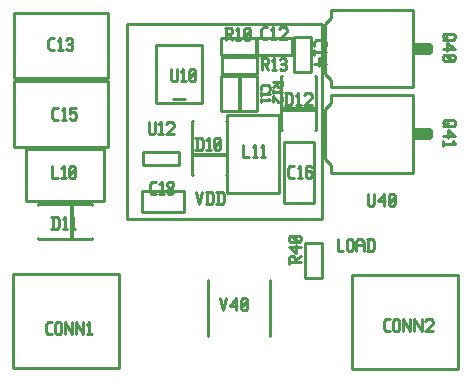
<source format=gbr>
G04 start of page 9 for group -4079 idx -4079 *
G04 Title: bluenodes actor 52832 19, topsilk *
G04 Creator: pcb.exe 20130205 *
G04 CreationDate: 10.05.2017 20:52:52 UTC *
G04 Format: Gerber/RS-274X *
G04 PCB-Dimensions (mil): 1496.06 1299.21 *
G04 PCB-Coordinate-Origin: lower left *
%MOIN*%
%FSLAX25Y25*%
%LNTOPSILK*%
%ADD288C,0.0200*%
%ADD287C,0.0099*%
%ADD286C,0.0100*%
G54D286*X108898Y53085D02*Y49205D01*
X110838D01*
X112002Y52600D02*Y49690D01*
Y52600D02*X112487Y53085D01*
X113457D01*
X113942Y52600D01*
Y49690D01*
X113457Y49205D02*X113942Y49690D01*
X112487Y49205D02*X113457D01*
X112002Y49690D02*X112487Y49205D01*
X115106Y52115D02*Y49205D01*
Y52115D02*X115785Y53085D01*
X116852D01*
X117531Y52115D01*
Y49205D01*
X115106Y51145D02*X117531D01*
X119180Y53085D02*Y49205D01*
X120441Y53085D02*X121120Y52406D01*
Y49884D01*
X120441Y49205D02*X121120Y49884D01*
X118695Y49205D02*X120441D01*
X118695Y53085D02*X120441D01*
X61811Y68715D02*X62781Y64835D01*
X63751Y68715D01*
X65400D02*Y64835D01*
X66661Y68715D02*X67340Y68036D01*
Y65514D01*
X66661Y64835D02*X67340Y65514D01*
X64915Y64835D02*X66661D01*
X64915Y68715D02*X66661D01*
X68989D02*Y64835D01*
X70250Y68715D02*X70929Y68036D01*
Y65514D01*
X70250Y64835D02*X70929Y65514D01*
X68504Y64835D02*X70250D01*
X68504Y68715D02*X70250D01*
X27018Y53459D02*Y53144D01*
X9018D02*X27018D01*
X9018Y53459D02*Y53144D01*
X27018Y64644D02*Y64329D01*
X9018Y64644D02*X27018D01*
X9018D02*Y64329D01*
X20433Y64644D02*Y53144D01*
X19932Y64644D02*Y53144D01*
X591Y41535D02*X36024D01*
X591D02*Y10039D01*
X36024D01*
Y41535D02*Y10039D01*
X1078Y128575D02*Y106677D01*
Y128575D02*X32422D01*
Y106677D01*
X1078D02*X32422D01*
X32486Y105772D02*Y83874D01*
X1142D02*X32486D01*
X1142Y105772D02*Y83874D01*
Y105772D02*X32486D01*
G54D287*X5000Y65866D02*X30984D01*
X5000Y83189D02*Y65866D01*
Y83189D02*X30984D01*
Y65866D01*
G54D286*X48208Y98570D02*X63562D01*
X48208Y117861D02*Y98570D01*
Y117861D02*X63562D01*
Y98570D01*
X54113Y99751D02*X58050D01*
X57564Y69125D02*Y62189D01*
X43542D02*X57564D01*
X43542Y69125D02*Y62189D01*
Y69125D02*X57564D01*
X55981Y82041D02*Y77641D01*
X43981D02*X55981D01*
X44081Y82041D02*X55881D01*
X43981Y81941D02*Y77641D01*
X134094Y129435D02*Y103635D01*
X106694Y129435D02*X134094D01*
X106694D02*Y126935D01*
X104694Y124935D01*
Y108135D01*
X106694Y106135D01*
Y103635D01*
X134094D01*
G54D288*X134594Y115535D02*X139594D01*
Y116035D02*Y115535D01*
X134594Y116035D02*X139594D01*
X134594Y116535D02*Y116035D01*
Y116535D02*X139594D01*
Y117035D02*Y116535D01*
X134594Y117035D02*X139594D01*
X134594Y117535D02*Y117035D01*
Y117535D02*X139594D01*
G54D286*X134172Y101089D02*Y75289D01*
X106772Y101089D02*X134172D01*
X106772D02*Y98589D01*
X104772Y96589D01*
Y79789D01*
X106772Y77789D01*
Y75289D01*
X134172D01*
G54D288*X134672Y87189D02*X139672D01*
Y87689D02*Y87189D01*
X134672Y87689D02*X139672D01*
X134672Y88189D02*Y87689D01*
Y88189D02*X139672D01*
Y88689D02*Y88189D01*
X134672Y88689D02*X139672D01*
X134672Y89189D02*Y88689D01*
Y89189D02*X139672D01*
G54D286*X97910Y51696D02*X103664D01*
Y40036D01*
X97910D02*X103664D01*
X97910Y51696D02*Y40036D01*
X90888Y85426D02*X100974D01*
Y65104D01*
X90888D02*X100974D01*
X90888Y85426D02*Y65104D01*
X90116Y89598D02*X90431D01*
X90116Y107598D02*Y89598D01*
Y107598D02*X90431D01*
X101301Y89598D02*X101616D01*
Y107598D02*Y89598D01*
X101301Y107598D02*X101616D01*
X90116Y96183D02*X101616D01*
X90116Y96684D02*X101616D01*
X94330Y120306D02*X100084D01*
Y108646D01*
X94330D02*X100084D01*
X94330Y120306D02*Y108646D01*
G54D287*X65630Y39567D02*Y20669D01*
X86496Y39567D02*Y20669D01*
G54D286*X113583Y9646D02*X149016D01*
Y41142D02*Y9646D01*
X113583Y41142D02*X149016D01*
X113583D02*Y9646D01*
X70283Y113818D02*Y108064D01*
Y113818D02*X81943D01*
Y108064D01*
X70283D02*X81943D01*
X76385Y107330D02*X82139D01*
Y95670D01*
X76385D02*X82139D01*
X76385Y107330D02*Y95670D01*
X70117Y107315D02*X75871D01*
Y95655D02*Y107315D01*
X70117Y95655D02*X75871D01*
X70117D02*Y107315D01*
X93785Y120109D02*Y114355D01*
X82125D02*X93785D01*
X82125Y120109D02*Y114355D01*
Y120109D02*X93785D01*
X81776D02*Y114355D01*
X70116D02*X81776D01*
X70116Y120109D02*Y114355D01*
Y120109D02*X81776D01*
X60354Y74398D02*X60669D01*
X60354Y92398D02*Y74398D01*
Y92398D02*X60669D01*
X71539Y74398D02*X71854D01*
Y92398D02*Y74398D01*
X71539Y92398D02*X71854D01*
X60354Y80983D02*X71854D01*
X60354Y81484D02*X71854D01*
G54D287*X38583Y124803D02*X103543D01*
Y59843D01*
X38583D01*
Y124803D01*
X89331Y94409D02*Y68425D01*
X72008D02*X89331D01*
X72008Y94409D02*Y68425D01*
Y94409D02*X89331D01*
G54D286*X14415Y92929D02*X15715D01*
X13715Y93629D02*X14415Y92929D01*
X13715Y96229D02*Y93629D01*
Y96229D02*X14415Y96929D01*
X15715D01*
X16915Y96129D02*X17715Y96929D01*
Y92929D01*
X16915D02*X18415D01*
X19615Y96929D02*X21615D01*
X19615D02*Y94929D01*
X20115Y95429D01*
X21115D01*
X21615Y94929D01*
Y93429D01*
X21115Y92929D02*X21615Y93429D01*
X20115Y92929D02*X21115D01*
X19615Y93429D02*X20115Y92929D01*
X13999Y60535D02*Y56535D01*
X15299Y60535D02*X15999Y59835D01*
Y57235D01*
X15299Y56535D02*X15999Y57235D01*
X13499Y56535D02*X15299D01*
X13499Y60535D02*X15299D01*
X17199Y59735D02*X17999Y60535D01*
Y56535D01*
X17199D02*X18699D01*
X19899Y59735D02*X20699Y60535D01*
Y56535D01*
X19899D02*X21399D01*
X13583Y77425D02*Y73425D01*
X15583D01*
X16783Y76625D02*X17583Y77425D01*
Y73425D01*
X16783D02*X18283D01*
X19483Y73925D02*X19983Y73425D01*
X19483Y76925D02*Y73925D01*
Y76925D02*X19983Y77425D01*
X20983D01*
X21483Y76925D01*
Y73925D01*
X20983Y73425D02*X21483Y73925D01*
X19983Y73425D02*X20983D01*
X19483Y74425D02*X21483Y76425D01*
X12254Y21294D02*X13554D01*
X11554Y21994D02*X12254Y21294D01*
X11554Y24594D02*Y21994D01*
Y24594D02*X12254Y25294D01*
X13554D01*
X14754Y24794D02*Y21794D01*
Y24794D02*X15254Y25294D01*
X16254D01*
X16754Y24794D01*
Y21794D01*
X16254Y21294D02*X16754Y21794D01*
X15254Y21294D02*X16254D01*
X14754Y21794D02*X15254Y21294D01*
X17954Y25294D02*Y21294D01*
Y25294D02*X20454Y21294D01*
Y25294D02*Y21294D01*
X21654Y25294D02*Y21294D01*
Y25294D02*X24154Y21294D01*
Y25294D02*Y21294D01*
X25354Y24494D02*X26154Y25294D01*
Y21294D01*
X25354D02*X26854D01*
X13211Y115992D02*X14511D01*
X12511Y116692D02*X13211Y115992D01*
X12511Y119292D02*Y116692D01*
Y119292D02*X13211Y119992D01*
X14511D01*
X15711Y119192D02*X16511Y119992D01*
Y115992D01*
X15711D02*X17211D01*
X18411Y119492D02*X18911Y119992D01*
X19911D01*
X20411Y119492D01*
X19911Y115992D02*X20411Y116492D01*
X18911Y115992D02*X19911D01*
X18411Y116492D02*X18911Y115992D01*
Y118192D02*X19911D01*
X20411Y119492D02*Y118692D01*
Y117692D02*Y116492D01*
Y117692D02*X19911Y118192D01*
X20411Y118692D02*X19911Y118192D01*
X71298Y123519D02*X73298D01*
X73798Y123019D01*
Y122019D01*
X73298Y121519D02*X73798Y122019D01*
X71798Y121519D02*X73298D01*
X71798Y123519D02*Y119519D01*
X72598Y121519D02*X73798Y119519D01*
X74998Y122719D02*X75798Y123519D01*
Y119519D01*
X74998D02*X76498D01*
X77698Y120019D02*X78198Y119519D01*
X77698Y123019D02*Y120019D01*
Y123019D02*X78198Y123519D01*
X79198D01*
X79698Y123019D01*
Y120019D01*
X79198Y119519D02*X79698Y120019D01*
X78198Y119519D02*X79198D01*
X77698Y120519D02*X79698Y122519D01*
X53489Y109698D02*Y106198D01*
X53989Y105698D01*
X54989D01*
X55489Y106198D01*
Y109698D02*Y106198D01*
X56689Y108898D02*X57489Y109698D01*
Y105698D01*
X56689D02*X58189D01*
X59389Y106198D02*X59889Y105698D01*
X59389Y109198D02*Y106198D01*
Y109198D02*X59889Y109698D01*
X60889D01*
X61389Y109198D01*
Y106198D01*
X60889Y105698D02*X61389Y106198D01*
X59889Y105698D02*X60889D01*
X59389Y106698D02*X61389Y108698D01*
X45866Y92110D02*Y88610D01*
X46366Y88110D01*
X47366D01*
X47866Y88610D01*
Y92110D02*Y88610D01*
X49066Y91310D02*X49866Y92110D01*
Y88110D01*
X49066D02*X50566D01*
X51766Y91610D02*X52266Y92110D01*
X53766D01*
X54266Y91610D01*
Y90610D01*
X51766Y88110D02*X54266Y90610D01*
X51766Y88110D02*X54266D01*
X61917Y86795D02*Y82795D01*
X63217Y86795D02*X63917Y86095D01*
Y83495D01*
X63217Y82795D02*X63917Y83495D01*
X61417Y82795D02*X63217D01*
X61417Y86795D02*X63217D01*
X65117Y85995D02*X65917Y86795D01*
Y82795D01*
X65117D02*X66617D01*
X67817Y83295D02*X68317Y82795D01*
X67817Y86295D02*Y83295D01*
Y86295D02*X68317Y86795D01*
X69317D01*
X69817Y86295D01*
Y83295D01*
X69317Y82795D02*X69817Y83295D01*
X68317Y82795D02*X69317D01*
X67817Y83795D02*X69817Y85795D01*
X77402Y84512D02*Y80512D01*
X79402D01*
X80602Y83712D02*X81402Y84512D01*
Y80512D01*
X80602D02*X82102D01*
X83302Y83712D02*X84102Y84512D01*
Y80512D01*
X83302D02*X84802D01*
X83275Y113291D02*X85275D01*
X85775Y112791D01*
Y111791D01*
X85275Y111291D02*X85775Y111791D01*
X83775Y111291D02*X85275D01*
X83775Y113291D02*Y109291D01*
X84575Y111291D02*X85775Y109291D01*
X86975Y112491D02*X87775Y113291D01*
Y109291D01*
X86975D02*X88475D01*
X89675Y112791D02*X90175Y113291D01*
X91175D01*
X91675Y112791D01*
X91175Y109291D02*X91675Y109791D01*
X90175Y109291D02*X91175D01*
X89675Y109791D02*X90175Y109291D01*
Y111491D02*X91175D01*
X91675Y112791D02*Y111991D01*
Y110991D02*Y109791D01*
Y110991D02*X91175Y111491D01*
X91675Y111991D02*X91175Y111491D01*
X90306Y105755D02*Y104215D01*
X89921Y103830D01*
X89151D02*X89921D01*
X88766Y104215D02*X89151Y103830D01*
X88766Y105370D02*Y104215D01*
X87226Y105370D02*X90306D01*
X88766Y104754D02*X87226Y103830D01*
X89690Y102906D02*X90306Y102290D01*
X87226D02*X90306D01*
X87226Y102906D02*Y101751D01*
X89921Y100827D02*X90306Y100442D01*
Y99287D01*
X89921Y98902D01*
X89151D02*X89921D01*
X87226Y100827D02*X89151Y98902D01*
X87226Y100827D02*Y98902D01*
X91839Y101756D02*Y97756D01*
X93139Y101756D02*X93839Y101056D01*
Y98456D01*
X93139Y97756D02*X93839Y98456D01*
X91339Y97756D02*X93139D01*
X91339Y101756D02*X93139D01*
X95039Y100956D02*X95839Y101756D01*
Y97756D01*
X95039D02*X96539D01*
X97739Y101256D02*X98239Y101756D01*
X99739D01*
X100239Y101256D01*
Y100256D01*
X97739Y97756D02*X100239Y100256D01*
X97739Y97756D02*X100239D01*
X83224Y103837D02*Y102862D01*
X83749Y104362D02*X83224Y103837D01*
X83749Y104362D02*X85699D01*
X86224Y103837D01*
Y102862D01*
X85624Y101962D02*X86224Y101362D01*
X83224D02*X86224D01*
X83224Y101962D02*Y100837D01*
X85624Y99937D02*X86224Y99337D01*
X83224D02*X86224D01*
X83224Y99937D02*Y98812D01*
X101069Y118622D02*Y117322D01*
X101769Y119322D02*X101069Y118622D01*
X101769Y119322D02*X104369D01*
X105069Y118622D01*
Y117322D01*
X104269Y116122D02*X105069Y115322D01*
X101069D02*X105069D01*
X101069Y116122D02*Y114622D01*
X102569Y113422D02*X105069Y111422D01*
X102569Y113422D02*Y110922D01*
X101069Y111422D02*X105069D01*
X84202Y119716D02*X85502D01*
X83502Y120416D02*X84202Y119716D01*
X83502Y123016D02*Y120416D01*
Y123016D02*X84202Y123716D01*
X85502D01*
X86702Y122916D02*X87502Y123716D01*
Y119716D01*
X86702D02*X88202D01*
X89402Y123216D02*X89902Y123716D01*
X91402D01*
X91902Y123216D01*
Y122216D01*
X89402Y119716D02*X91902Y122216D01*
X89402Y119716D02*X91902D01*
X92614Y46882D02*Y44882D01*
Y46882D02*X93114Y47382D01*
X94114D01*
X94614Y46882D02*X94114Y47382D01*
X94614Y46882D02*Y45382D01*
X92614D02*X96614D01*
X94614Y46182D02*X96614Y47382D01*
X95114Y48582D02*X92614Y50582D01*
X95114Y51082D02*Y48582D01*
X92614Y50582D02*X96614D01*
X96114Y52282D02*X96614Y52782D01*
X93114Y52282D02*X96114D01*
X93114D02*X92614Y52782D01*
Y53782D02*Y52782D01*
Y53782D02*X93114Y54282D01*
X96114D01*
X96614Y53782D02*X96114Y54282D01*
X96614Y53782D02*Y52782D01*
X95614Y52282D02*X93614Y54282D01*
X93099Y73558D02*X94399D01*
X92399Y74258D02*X93099Y73558D01*
X92399Y76858D02*Y74258D01*
Y76858D02*X93099Y77558D01*
X94399D01*
X95599Y76758D02*X96399Y77558D01*
Y73558D01*
X95599D02*X97099D01*
X99799Y77558D02*X100299Y77058D01*
X98799Y77558D02*X99799D01*
X98299Y77058D02*X98799Y77558D01*
X98299Y77058D02*Y74058D01*
X98799Y73558D01*
X99799Y75758D02*X100299Y75258D01*
X98299Y75758D02*X99799D01*
X98799Y73558D02*X99799D01*
X100299Y74058D01*
Y75258D02*Y74058D01*
X118990Y68241D02*Y64741D01*
X119490Y64241D01*
X120490D01*
X120990Y64741D01*
Y68241D02*Y64741D01*
X122190Y65741D02*X124190Y68241D01*
X122190Y65741D02*X124690D01*
X124190Y68241D02*Y64241D01*
X125890Y64741D02*X126390Y64241D01*
X125890Y67741D02*Y64741D01*
Y67741D02*X126390Y68241D01*
X127390D01*
X127890Y67741D01*
Y64741D01*
X127390Y64241D02*X127890Y64741D01*
X126390Y64241D02*X127390D01*
X125890Y65241D02*X127890Y67241D01*
X144398Y121496D02*X147398D01*
X147898Y120996D01*
Y119996D01*
X147398Y119496D01*
X144898D02*X147398D01*
X143898Y120496D02*X144898Y119496D01*
X143898Y120996D02*Y120496D01*
X144398Y121496D02*X143898Y120996D01*
X145398Y120496D02*X143898Y119496D01*
X145398Y118296D02*X147898Y116296D01*
X145398Y118296D02*Y115796D01*
X143898Y116296D02*X147898D01*
X144398Y114596D02*X143898Y114096D01*
X144398Y114596D02*X147398D01*
X147898Y114096D01*
Y113096D01*
X147398Y112596D01*
X144398D02*X147398D01*
X143898Y113096D02*X144398Y112596D01*
X143898Y114096D02*Y113096D01*
X144898Y114596D02*X146898Y112596D01*
X144673Y92638D02*X147673D01*
X148173Y92138D01*
Y91138D01*
X147673Y90638D01*
X145173D02*X147673D01*
X144173Y91638D02*X145173Y90638D01*
X144173Y92138D02*Y91638D01*
X144673Y92638D02*X144173Y92138D01*
X145673Y91638D02*X144173Y90638D01*
X145673Y89438D02*X148173Y87438D01*
X145673Y89438D02*Y86938D01*
X144173Y87438D02*X148173D01*
X147373Y85738D02*X148173Y84938D01*
X144173D02*X148173D01*
X144173Y85738D02*Y84238D01*
X124967Y22347D02*X126267D01*
X124267Y23047D02*X124967Y22347D01*
X124267Y25647D02*Y23047D01*
Y25647D02*X124967Y26347D01*
X126267D01*
X127467Y25847D02*Y22847D01*
Y25847D02*X127967Y26347D01*
X128967D01*
X129467Y25847D01*
Y22847D01*
X128967Y22347D02*X129467Y22847D01*
X127967Y22347D02*X128967D01*
X127467Y22847D02*X127967Y22347D01*
X130667Y26347D02*Y22347D01*
Y26347D02*X133167Y22347D01*
Y26347D02*Y22347D01*
X134367Y26347D02*Y22347D01*
Y26347D02*X136867Y22347D01*
Y26347D02*Y22347D01*
X138067Y25847D02*X138567Y26347D01*
X140067D01*
X140567Y25847D01*
Y24847D01*
X138067Y22347D02*X140567Y24847D01*
X138067Y22347D02*X140567D01*
X46960Y68228D02*X48260D01*
X46260Y68928D02*X46960Y68228D01*
X46260Y71528D02*Y68928D01*
Y71528D02*X46960Y72228D01*
X48260D01*
X49460Y71428D02*X50260Y72228D01*
Y68228D01*
X49460D02*X50960D01*
X52160Y68728D02*X52660Y68228D01*
X52160Y69528D02*Y68728D01*
Y69528D02*X52860Y70228D01*
X53460D01*
X54160Y69528D01*
Y68728D01*
X53660Y68228D02*X54160Y68728D01*
X52660Y68228D02*X53660D01*
X52160Y70928D02*X52860Y70228D01*
X52160Y71728D02*Y70928D01*
Y71728D02*X52660Y72228D01*
X53660D01*
X54160Y71728D01*
Y70928D01*
X53460Y70228D02*X54160Y70928D01*
X69803Y33291D02*X70803Y29291D01*
X71803Y33291D01*
X73003Y30791D02*X75003Y33291D01*
X73003Y30791D02*X75503D01*
X75003Y33291D02*Y29291D01*
X76703Y29791D02*X77203Y29291D01*
X76703Y32791D02*Y29791D01*
Y32791D02*X77203Y33291D01*
X78203D01*
X78703Y32791D01*
Y29791D01*
X78203Y29291D02*X78703Y29791D01*
X77203Y29291D02*X78203D01*
X76703Y30291D02*X78703Y32291D01*
M02*

</source>
